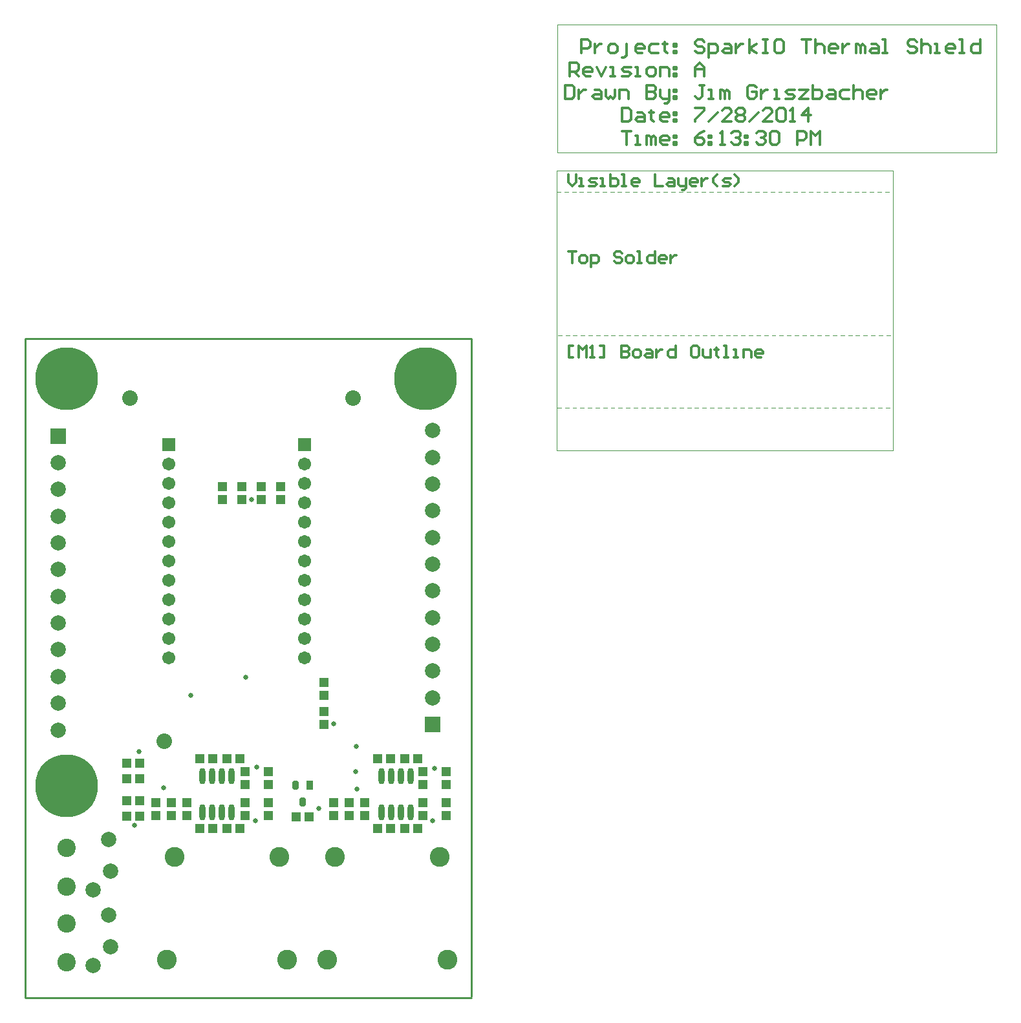
<source format=gts>
%FSLAX25Y25*%
%MOIN*%
G70*
G01*
G75*
G04 Layer_Color=8388736*
%ADD10R,0.02559X0.03740*%
G04:AMPARAMS|DCode=11|XSize=37.4mil|YSize=25.59mil|CornerRadius=6.4mil|HoleSize=0mil|Usage=FLASHONLY|Rotation=270.000|XOffset=0mil|YOffset=0mil|HoleType=Round|Shape=RoundedRectangle|*
%AMROUNDEDRECTD11*
21,1,0.03740,0.01280,0,0,270.0*
21,1,0.02461,0.02559,0,0,270.0*
1,1,0.01280,-0.00640,-0.01230*
1,1,0.01280,-0.00640,0.01230*
1,1,0.01280,0.00640,0.01230*
1,1,0.01280,0.00640,-0.01230*
%
%ADD11ROUNDEDRECTD11*%
%ADD12O,0.02362X0.07480*%
%ADD13R,0.03900X0.04300*%
%ADD14C,0.04000*%
%ADD15R,0.04300X0.03900*%
%ADD16C,0.01000*%
%ADD17C,0.01500*%
%ADD18C,0.02000*%
%ADD19C,0.01200*%
%ADD20C,0.00394*%
%ADD21C,0.07087*%
%ADD22R,0.07087X0.07087*%
%ADD23C,0.09449*%
%ADD24C,0.05906*%
%ADD25R,0.05906X0.05906*%
%ADD26C,0.08661*%
%ADD27C,0.31496*%
%ADD28C,0.01800*%
%ADD29C,0.00787*%
%ADD30C,0.00984*%
%ADD31C,0.01575*%
%ADD32C,0.00700*%
%ADD33C,0.00800*%
%ADD34R,0.03359X0.04540*%
G04:AMPARAMS|DCode=35|XSize=45.4mil|YSize=33.59mil|CornerRadius=10.4mil|HoleSize=0mil|Usage=FLASHONLY|Rotation=270.000|XOffset=0mil|YOffset=0mil|HoleType=Round|Shape=RoundedRectangle|*
%AMROUNDEDRECTD35*
21,1,0.04540,0.01280,0,0,270.0*
21,1,0.02461,0.03359,0,0,270.0*
1,1,0.02080,-0.00640,-0.01230*
1,1,0.02080,-0.00640,0.01230*
1,1,0.02080,0.00640,0.01230*
1,1,0.02080,0.00640,-0.01230*
%
%ADD35ROUNDEDRECTD35*%
%ADD36O,0.03162X0.08280*%
%ADD37R,0.04700X0.05100*%
%ADD38C,0.08000*%
%ADD39R,0.05100X0.04700*%
%ADD40C,0.07887*%
%ADD41R,0.07887X0.07887*%
%ADD42C,0.10249*%
%ADD43C,0.06706*%
%ADD44R,0.06706X0.06706*%
%ADD45C,0.09461*%
%ADD46C,0.32296*%
%ADD47C,0.02600*%
D16*
X211000Y92700D02*
Y432700D01*
X441000D01*
Y93200D02*
Y432700D01*
X211000Y92700D02*
X441000D01*
D19*
X490800Y477598D02*
X494799D01*
X492799D01*
Y471600D01*
X497798D02*
X499797D01*
X500797Y472600D01*
Y474599D01*
X499797Y475599D01*
X497798D01*
X496798Y474599D01*
Y472600D01*
X497798Y471600D01*
X502796Y469601D02*
Y475599D01*
X505795D01*
X506795Y474599D01*
Y472600D01*
X505795Y471600D01*
X502796D01*
X518791Y476598D02*
X517791Y477598D01*
X515792D01*
X514792Y476598D01*
Y475599D01*
X515792Y474599D01*
X517791D01*
X518791Y473599D01*
Y472600D01*
X517791Y471600D01*
X515792D01*
X514792Y472600D01*
X521790Y471600D02*
X523789D01*
X524789Y472600D01*
Y474599D01*
X523789Y475599D01*
X521790D01*
X520790Y474599D01*
Y472600D01*
X521790Y471600D01*
X526788D02*
X528788D01*
X527788D01*
Y477598D01*
X526788D01*
X535785D02*
Y471600D01*
X532786D01*
X531787Y472600D01*
Y474599D01*
X532786Y475599D01*
X535785D01*
X540784Y471600D02*
X538785D01*
X537785Y472600D01*
Y474599D01*
X538785Y475599D01*
X540784D01*
X541784Y474599D01*
Y473599D01*
X537785D01*
X543783Y475599D02*
Y471600D01*
Y473599D01*
X544782Y474599D01*
X545782Y475599D01*
X546782D01*
X556329Y551495D02*
X560994D01*
Y550329D01*
X556329Y545664D01*
Y544498D01*
X563327D02*
X567992Y549163D01*
X574990Y544498D02*
X570325D01*
X574990Y549163D01*
Y550329D01*
X573823Y551495D01*
X571491D01*
X570325Y550329D01*
X577322D02*
X578489Y551495D01*
X580821D01*
X581987Y550329D01*
Y549163D01*
X580821Y547997D01*
X581987Y546830D01*
Y545664D01*
X580821Y544498D01*
X578489D01*
X577322Y545664D01*
Y546830D01*
X578489Y547997D01*
X577322Y549163D01*
Y550329D01*
X578489Y547997D02*
X580821D01*
X584320Y544498D02*
X588985Y549163D01*
X595983Y544498D02*
X591318D01*
X595983Y549163D01*
Y550329D01*
X594817Y551495D01*
X592484D01*
X591318Y550329D01*
X598315D02*
X599482Y551495D01*
X601814D01*
X602981Y550329D01*
Y545664D01*
X601814Y544498D01*
X599482D01*
X598315Y545664D01*
Y550329D01*
X605313Y544498D02*
X607646D01*
X606480D01*
Y551495D01*
X605313Y550329D01*
X614644Y544498D02*
Y551495D01*
X611145Y547997D01*
X615810D01*
X560994Y539684D02*
X558662Y538518D01*
X556329Y536186D01*
Y533853D01*
X557495Y532687D01*
X559828D01*
X560994Y533853D01*
Y535019D01*
X559828Y536186D01*
X556329D01*
X563327Y537352D02*
X564493D01*
Y536186D01*
X563327D01*
Y537352D01*
Y533853D02*
X564493D01*
Y532687D01*
X563327D01*
Y533853D01*
X569158Y532687D02*
X571491D01*
X570325D01*
Y539684D01*
X569158Y538518D01*
X574990D02*
X576156Y539684D01*
X578489D01*
X579655Y538518D01*
Y537352D01*
X578489Y536186D01*
X577322D01*
X578489D01*
X579655Y535019D01*
Y533853D01*
X578489Y532687D01*
X576156D01*
X574990Y533853D01*
X581987Y537352D02*
X583154D01*
Y536186D01*
X581987D01*
Y537352D01*
Y533853D02*
X583154D01*
Y532687D01*
X581987D01*
Y533853D01*
X587819Y538518D02*
X588985Y539684D01*
X591318D01*
X592484Y538518D01*
Y537352D01*
X591318Y536186D01*
X590152D01*
X591318D01*
X592484Y535019D01*
Y533853D01*
X591318Y532687D01*
X588985D01*
X587819Y533853D01*
X594817Y538518D02*
X595983Y539684D01*
X598315D01*
X599482Y538518D01*
Y533853D01*
X598315Y532687D01*
X595983D01*
X594817Y533853D01*
Y538518D01*
X608812Y532687D02*
Y539684D01*
X612311D01*
X613477Y538518D01*
Y536186D01*
X612311Y535019D01*
X608812D01*
X615810Y532687D02*
Y539684D01*
X618143Y537352D01*
X620475Y539684D01*
Y532687D01*
X560994Y563306D02*
X558662D01*
X559828D01*
Y557475D01*
X558662Y556309D01*
X557495D01*
X556329Y557475D01*
X563327Y556309D02*
X565659D01*
X564493D01*
Y560974D01*
X563327D01*
X569158Y556309D02*
Y560974D01*
X570325D01*
X571491Y559807D01*
Y556309D01*
Y559807D01*
X572657Y560974D01*
X573823Y559807D01*
Y556309D01*
X587819Y562140D02*
X586653Y563306D01*
X584320D01*
X583154Y562140D01*
Y557475D01*
X584320Y556309D01*
X586653D01*
X587819Y557475D01*
Y559807D01*
X585486D01*
X590152Y560974D02*
Y556309D01*
Y558641D01*
X591318Y559807D01*
X592484Y560974D01*
X593650D01*
X597149Y556309D02*
X599482D01*
X598315D01*
Y560974D01*
X597149D01*
X602981Y556309D02*
X606480D01*
X607646Y557475D01*
X606480Y558641D01*
X604147D01*
X602981Y559807D01*
X604147Y560974D01*
X607646D01*
X609978D02*
X614644D01*
X609978Y556309D01*
X614644D01*
X616976Y563306D02*
Y556309D01*
X620475D01*
X621641Y557475D01*
Y558641D01*
Y559807D01*
X620475Y560974D01*
X616976D01*
X625140D02*
X627473D01*
X628639Y559807D01*
Y556309D01*
X625140D01*
X623974Y557475D01*
X625140Y558641D01*
X628639D01*
X635637Y560974D02*
X632138D01*
X630972Y559807D01*
Y557475D01*
X632138Y556309D01*
X635637D01*
X637969Y563306D02*
Y556309D01*
Y559807D01*
X639136Y560974D01*
X641468D01*
X642634Y559807D01*
Y556309D01*
X648466D02*
X646133D01*
X644967Y557475D01*
Y559807D01*
X646133Y560974D01*
X648466D01*
X649632Y559807D01*
Y558641D01*
X644967D01*
X651965Y560974D02*
Y556309D01*
Y558641D01*
X653131Y559807D01*
X654297Y560974D01*
X655464D01*
X556329Y568120D02*
Y572785D01*
X558662Y575117D01*
X560994Y572785D01*
Y568120D01*
Y571619D01*
X556329D01*
X560994Y585762D02*
X559828Y586928D01*
X557495D01*
X556329Y585762D01*
Y584596D01*
X557495Y583430D01*
X559828D01*
X560994Y582263D01*
Y581097D01*
X559828Y579931D01*
X557495D01*
X556329Y581097D01*
X563327Y577598D02*
Y584596D01*
X566826D01*
X567992Y583430D01*
Y581097D01*
X566826Y579931D01*
X563327D01*
X571491Y584596D02*
X573823D01*
X574990Y583430D01*
Y579931D01*
X571491D01*
X570325Y581097D01*
X571491Y582263D01*
X574990D01*
X577322Y584596D02*
Y579931D01*
Y582263D01*
X578489Y583430D01*
X579655Y584596D01*
X580821D01*
X584320Y579931D02*
Y586928D01*
Y582263D02*
X587819Y584596D01*
X584320Y582263D02*
X587819Y579931D01*
X591318Y586928D02*
X593650D01*
X592484D01*
Y579931D01*
X591318D01*
X593650D01*
X600648Y586928D02*
X598315D01*
X597149Y585762D01*
Y581097D01*
X598315Y579931D01*
X600648D01*
X601814Y581097D01*
Y585762D01*
X600648Y586928D01*
X611145D02*
X615810D01*
X613477D01*
Y579931D01*
X618143Y586928D02*
Y579931D01*
Y583430D01*
X619309Y584596D01*
X621641D01*
X622808Y583430D01*
Y579931D01*
X628639D02*
X626306D01*
X625140Y581097D01*
Y583430D01*
X626306Y584596D01*
X628639D01*
X629805Y583430D01*
Y582263D01*
X625140D01*
X632138Y584596D02*
Y579931D01*
Y582263D01*
X633304Y583430D01*
X634471Y584596D01*
X635637D01*
X639136Y579931D02*
Y584596D01*
X640302D01*
X641468Y583430D01*
Y579931D01*
Y583430D01*
X642634Y584596D01*
X643801Y583430D01*
Y579931D01*
X647300Y584596D02*
X649632D01*
X650799Y583430D01*
Y579931D01*
X647300D01*
X646133Y581097D01*
X647300Y582263D01*
X650799D01*
X653131Y579931D02*
X655464D01*
X654297D01*
Y586928D01*
X653131D01*
X670625Y585762D02*
X669459Y586928D01*
X667127D01*
X665960Y585762D01*
Y584596D01*
X667127Y583430D01*
X669459D01*
X670625Y582263D01*
Y581097D01*
X669459Y579931D01*
X667127D01*
X665960Y581097D01*
X672958Y586928D02*
Y579931D01*
Y583430D01*
X674124Y584596D01*
X676457D01*
X677623Y583430D01*
Y579931D01*
X679956D02*
X682288D01*
X681122D01*
Y584596D01*
X679956D01*
X689286Y579931D02*
X686954D01*
X685787Y581097D01*
Y583430D01*
X686954Y584596D01*
X689286D01*
X690452Y583430D01*
Y582263D01*
X685787D01*
X692785Y579931D02*
X695118D01*
X693951D01*
Y586928D01*
X692785D01*
X703282D02*
Y579931D01*
X699783D01*
X698617Y581097D01*
Y583430D01*
X699783Y584596D01*
X703282D01*
X518557Y539684D02*
X523222D01*
X520890D01*
Y532687D01*
X525555D02*
X527887D01*
X526721D01*
Y537352D01*
X525555D01*
X531386Y532687D02*
Y537352D01*
X532553D01*
X533719Y536186D01*
Y532687D01*
Y536186D01*
X534885Y537352D01*
X536052Y536186D01*
Y532687D01*
X541883D02*
X539550D01*
X538384Y533853D01*
Y536186D01*
X539550Y537352D01*
X541883D01*
X543049Y536186D01*
Y535019D01*
X538384D01*
X545382Y537352D02*
X546548D01*
Y536186D01*
X545382D01*
Y537352D01*
Y533853D02*
X546548D01*
Y532687D01*
X545382D01*
Y533853D01*
X518557Y551495D02*
Y544498D01*
X522056D01*
X523222Y545664D01*
Y550329D01*
X522056Y551495D01*
X518557D01*
X526721Y549163D02*
X529054D01*
X530220Y547997D01*
Y544498D01*
X526721D01*
X525555Y545664D01*
X526721Y546830D01*
X530220D01*
X533719Y550329D02*
Y549163D01*
X532553D01*
X534885D01*
X533719D01*
Y545664D01*
X534885Y544498D01*
X541883D02*
X539550D01*
X538384Y545664D01*
Y547997D01*
X539550Y549163D01*
X541883D01*
X543049Y547997D01*
Y546830D01*
X538384D01*
X545382Y549163D02*
X546548D01*
Y547997D01*
X545382D01*
Y549163D01*
Y545664D02*
X546548D01*
Y544498D01*
X545382D01*
Y545664D01*
X489400Y563306D02*
Y556309D01*
X492899D01*
X494065Y557475D01*
Y562140D01*
X492899Y563306D01*
X489400D01*
X496398Y560974D02*
Y556309D01*
Y558641D01*
X497564Y559807D01*
X498730Y560974D01*
X499897D01*
X504562D02*
X506894D01*
X508061Y559807D01*
Y556309D01*
X504562D01*
X503395Y557475D01*
X504562Y558641D01*
X508061D01*
X510393Y560974D02*
Y557475D01*
X511559Y556309D01*
X512726Y557475D01*
X513892Y556309D01*
X515058Y557475D01*
Y560974D01*
X517391Y556309D02*
Y560974D01*
X520890D01*
X522056Y559807D01*
Y556309D01*
X531386Y563306D02*
Y556309D01*
X534885D01*
X536052Y557475D01*
Y558641D01*
X534885Y559807D01*
X531386D01*
X534885D01*
X536052Y560974D01*
Y562140D01*
X534885Y563306D01*
X531386D01*
X538384Y560974D02*
Y557475D01*
X539550Y556309D01*
X543049D01*
Y555142D01*
X541883Y553976D01*
X540717D01*
X543049Y556309D02*
Y560974D01*
X545382D02*
X546548D01*
Y559807D01*
X545382D01*
Y560974D01*
Y557475D02*
X546548D01*
Y556309D01*
X545382D01*
Y557475D01*
X491733Y568120D02*
Y575117D01*
X495231D01*
X496398Y573951D01*
Y571619D01*
X495231Y570452D01*
X491733D01*
X494065D02*
X496398Y568120D01*
X502229D02*
X499897D01*
X498730Y569286D01*
Y571619D01*
X499897Y572785D01*
X502229D01*
X503395Y571619D01*
Y570452D01*
X498730D01*
X505728Y572785D02*
X508061Y568120D01*
X510393Y572785D01*
X512726Y568120D02*
X515058D01*
X513892D01*
Y572785D01*
X512726D01*
X518557Y568120D02*
X522056D01*
X523222Y569286D01*
X522056Y570452D01*
X519724D01*
X518557Y571619D01*
X519724Y572785D01*
X523222D01*
X525555Y568120D02*
X527887D01*
X526721D01*
Y572785D01*
X525555D01*
X532553Y568120D02*
X534885D01*
X536052Y569286D01*
Y571619D01*
X534885Y572785D01*
X532553D01*
X531386Y571619D01*
Y569286D01*
X532553Y568120D01*
X538384D02*
Y572785D01*
X541883D01*
X543049Y571619D01*
Y568120D01*
X545382Y572785D02*
X546548D01*
Y571619D01*
X545382D01*
Y572785D01*
Y569286D02*
X546548D01*
Y568120D01*
X545382D01*
Y569286D01*
X497564Y579931D02*
Y586928D01*
X501063D01*
X502229Y585762D01*
Y583430D01*
X501063Y582263D01*
X497564D01*
X504562Y584596D02*
Y579931D01*
Y582263D01*
X505728Y583430D01*
X506894Y584596D01*
X508061D01*
X512726Y579931D02*
X515058D01*
X516225Y581097D01*
Y583430D01*
X515058Y584596D01*
X512726D01*
X511559Y583430D01*
Y581097D01*
X512726Y579931D01*
X518557Y577598D02*
X519724D01*
X520890Y578764D01*
Y584596D01*
X529054Y579931D02*
X526721D01*
X525555Y581097D01*
Y583430D01*
X526721Y584596D01*
X529054D01*
X530220Y583430D01*
Y582263D01*
X525555D01*
X537218Y584596D02*
X533719D01*
X532553Y583430D01*
Y581097D01*
X533719Y579931D01*
X537218D01*
X540717Y585762D02*
Y584596D01*
X539550D01*
X541883D01*
X540717D01*
Y581097D01*
X541883Y579931D01*
X545382Y584596D02*
X546548D01*
Y583430D01*
X545382D01*
Y584596D01*
Y581097D02*
X546548D01*
Y579931D01*
X545382D01*
Y581097D01*
X490800Y517378D02*
Y513379D01*
X492799Y511379D01*
X494799Y513379D01*
Y517378D01*
X496798Y511379D02*
X498797D01*
X497798D01*
Y515378D01*
X496798D01*
X501796Y511379D02*
X504796D01*
X505795Y512379D01*
X504796Y513379D01*
X502796D01*
X501796Y514378D01*
X502796Y515378D01*
X505795D01*
X507795Y511379D02*
X509794D01*
X508794D01*
Y515378D01*
X507795D01*
X512793Y517378D02*
Y511379D01*
X515792D01*
X516792Y512379D01*
Y513379D01*
Y514378D01*
X515792Y515378D01*
X512793D01*
X518791Y511379D02*
X520790D01*
X519791D01*
Y517378D01*
X518791D01*
X526788Y511379D02*
X524789D01*
X523789Y512379D01*
Y514378D01*
X524789Y515378D01*
X526788D01*
X527788Y514378D01*
Y513379D01*
X523789D01*
X535785Y517378D02*
Y511379D01*
X539784D01*
X542783Y515378D02*
X544782D01*
X545782Y514378D01*
Y511379D01*
X542783D01*
X541784Y512379D01*
X542783Y513379D01*
X545782D01*
X547782Y515378D02*
Y512379D01*
X548781Y511379D01*
X551780D01*
Y510380D01*
X550781Y509380D01*
X549781D01*
X551780Y511379D02*
Y515378D01*
X556779Y511379D02*
X554779D01*
X553780Y512379D01*
Y514378D01*
X554779Y515378D01*
X556779D01*
X557778Y514378D01*
Y513379D01*
X553780D01*
X559778Y515378D02*
Y511379D01*
Y513379D01*
X560777Y514378D01*
X561777Y515378D01*
X562777D01*
X567775Y511379D02*
X565776Y513379D01*
Y515378D01*
X567775Y517378D01*
X570774Y511379D02*
X573773D01*
X574773Y512379D01*
X573773Y513379D01*
X571774D01*
X570774Y514378D01*
X571774Y515378D01*
X574773D01*
X576772Y511379D02*
X578771Y513379D01*
Y515378D01*
X576772Y517378D01*
X493399Y422800D02*
X491400D01*
Y428798D01*
X493399D01*
X496398Y422800D02*
Y428798D01*
X498398Y426799D01*
X500397Y428798D01*
Y422800D01*
X502396D02*
X504396D01*
X503396D01*
Y428798D01*
X502396Y427798D01*
X507395Y422800D02*
X509394D01*
Y428798D01*
X507395D01*
X518391D02*
Y422800D01*
X521390D01*
X522390Y423800D01*
Y424799D01*
X521390Y425799D01*
X518391D01*
X521390D01*
X522390Y426799D01*
Y427798D01*
X521390Y428798D01*
X518391D01*
X525389Y422800D02*
X527388D01*
X528388Y423800D01*
Y425799D01*
X527388Y426799D01*
X525389D01*
X524389Y425799D01*
Y423800D01*
X525389Y422800D01*
X531387Y426799D02*
X533386D01*
X534386Y425799D01*
Y422800D01*
X531387D01*
X530387Y423800D01*
X531387Y424799D01*
X534386D01*
X536385Y426799D02*
Y422800D01*
Y424799D01*
X537385Y425799D01*
X538385Y426799D01*
X539385D01*
X546382Y428798D02*
Y422800D01*
X543383D01*
X542383Y423800D01*
Y425799D01*
X543383Y426799D01*
X546382D01*
X557379Y428798D02*
X555379D01*
X554380Y427798D01*
Y423800D01*
X555379Y422800D01*
X557379D01*
X558378Y423800D01*
Y427798D01*
X557379Y428798D01*
X560378Y426799D02*
Y423800D01*
X561377Y422800D01*
X564376D01*
Y426799D01*
X567375Y427798D02*
Y426799D01*
X566376D01*
X568375D01*
X567375D01*
Y423800D01*
X568375Y422800D01*
X571374D02*
X573374D01*
X572374D01*
Y428798D01*
X571374D01*
X576372Y422800D02*
X578372D01*
X577372D01*
Y426799D01*
X576372D01*
X581371Y422800D02*
Y426799D01*
X584370D01*
X585370Y425799D01*
Y422800D01*
X590368D02*
X588369D01*
X587369Y423800D01*
Y425799D01*
X588369Y426799D01*
X590368D01*
X591368Y425799D01*
Y424799D01*
X587369D01*
D20*
X485463Y594700D02*
X711600D01*
Y528750D02*
Y594700D01*
X485463Y528750D02*
X711600D01*
X485463D02*
Y594700D01*
X658191Y507443D02*
Y519253D01*
X484963D02*
X658191D01*
X484963Y507443D02*
Y519253D01*
Y375000D02*
Y507443D01*
Y375000D02*
X658191D01*
Y507443D01*
X484963Y508427D02*
X486932D01*
X488900D02*
X490869D01*
X492837D02*
X494805D01*
X496774D02*
X498742D01*
X500711D02*
X502679D01*
X504648D02*
X506616D01*
X508585D02*
X510554D01*
X512522D02*
X514491D01*
X516459D02*
X518428D01*
X520396D02*
X522365D01*
X524333D02*
X526302D01*
X528270D02*
X530239D01*
X532207D02*
X534176D01*
X536144D02*
X538113D01*
X540081D02*
X542050D01*
X544018D02*
X545987D01*
X547955D02*
X549924D01*
X551892D02*
X553861D01*
X555829D02*
X557798D01*
X559766D02*
X561735D01*
X563703D02*
X565672D01*
X567640D02*
X569609D01*
X571577D02*
X573546D01*
X575514D02*
X577483D01*
X579451D02*
X581420D01*
X583388D02*
X585357D01*
X587325D02*
X589294D01*
X591262D02*
X593231D01*
X595199D02*
X597168D01*
X599136D02*
X601105D01*
X603073D02*
X605042D01*
X607010D02*
X608979D01*
X610947D02*
X612916D01*
X614884D02*
X616853D01*
X618821D02*
X620790D01*
X622758D02*
X624727D01*
X626695D02*
X628664D01*
X630632D02*
X632601D01*
X634569D02*
X636538D01*
X638506D02*
X640475D01*
X642443D02*
X644412D01*
X646380D02*
X648349D01*
X650317D02*
X652286D01*
X654254D02*
X656223D01*
X654854Y434317D02*
X656823D01*
X650917D02*
X652886D01*
X646980D02*
X648949D01*
X643043D02*
X645012D01*
X639106D02*
X641075D01*
X635169D02*
X637138D01*
X631232D02*
X633201D01*
X627295D02*
X629264D01*
X623358D02*
X625327D01*
X619421D02*
X621390D01*
X615484D02*
X617453D01*
X611547D02*
X613516D01*
X607610D02*
X609579D01*
X603673D02*
X605642D01*
X599736D02*
X601705D01*
X595799D02*
X597768D01*
X591862D02*
X593831D01*
X587925D02*
X589894D01*
X583988D02*
X585957D01*
X580051D02*
X582020D01*
X576114D02*
X578083D01*
X572177D02*
X574146D01*
X568240D02*
X570209D01*
X564303D02*
X566272D01*
X560366D02*
X562335D01*
X556429D02*
X558398D01*
X552492D02*
X554461D01*
X548555D02*
X550524D01*
X544618D02*
X546587D01*
X540681D02*
X542650D01*
X536744D02*
X538713D01*
X532807D02*
X534776D01*
X528870D02*
X530839D01*
X524933D02*
X526902D01*
X520996D02*
X522965D01*
X517059D02*
X519028D01*
X513122D02*
X515091D01*
X509185D02*
X511154D01*
X505248D02*
X507217D01*
X501311D02*
X503279D01*
X497374D02*
X499342D01*
X493437D02*
X495405D01*
X489500D02*
X491468D01*
X485563D02*
X487532D01*
X654554Y396877D02*
X656523D01*
X650617D02*
X652586D01*
X646680D02*
X648649D01*
X642743D02*
X644712D01*
X638806D02*
X640775D01*
X634869D02*
X636838D01*
X630932D02*
X632901D01*
X626995D02*
X628964D01*
X623058D02*
X625027D01*
X619121D02*
X621090D01*
X615184D02*
X617153D01*
X611247D02*
X613216D01*
X607310D02*
X609279D01*
X603373D02*
X605342D01*
X599436D02*
X601405D01*
X595499D02*
X597468D01*
X591562D02*
X593531D01*
X587625D02*
X589594D01*
X583688D02*
X585657D01*
X579751D02*
X581720D01*
X575814D02*
X577783D01*
X571877D02*
X573846D01*
X567940D02*
X569909D01*
X564003D02*
X565972D01*
X560066D02*
X562035D01*
X556129D02*
X558098D01*
X552192D02*
X554161D01*
X548255D02*
X550224D01*
X544318D02*
X546287D01*
X540381D02*
X542350D01*
X536444D02*
X538413D01*
X532507D02*
X534476D01*
X528570D02*
X530539D01*
X524633D02*
X526602D01*
X520696D02*
X522665D01*
X516759D02*
X518728D01*
X512822D02*
X514790D01*
X508885D02*
X510853D01*
X504948D02*
X506917D01*
X501011D02*
X502980D01*
X497074D02*
X499043D01*
X493137D02*
X495106D01*
X489200D02*
X491168D01*
X485263D02*
X487231D01*
D34*
X357740Y202331D02*
D03*
D35*
X350260D02*
D03*
X354000Y193669D02*
D03*
D36*
X394500Y188449D02*
D03*
X399500D02*
D03*
X404500D02*
D03*
X409500D02*
D03*
X394500Y206953D02*
D03*
X399500D02*
D03*
X404500D02*
D03*
X409500D02*
D03*
X302279Y188449D02*
D03*
X307279D02*
D03*
X312279D02*
D03*
X317279D02*
D03*
X302279Y206953D02*
D03*
X307279D02*
D03*
X312279D02*
D03*
X317279D02*
D03*
D37*
X365000Y233700D02*
D03*
Y240300D02*
D03*
Y248700D02*
D03*
Y255300D02*
D03*
X286425Y186700D02*
D03*
Y193300D02*
D03*
X324425Y186700D02*
D03*
Y193300D02*
D03*
Y202700D02*
D03*
Y209300D02*
D03*
X378000Y186700D02*
D03*
Y193300D02*
D03*
X416000Y186700D02*
D03*
Y193300D02*
D03*
Y202700D02*
D03*
Y209300D02*
D03*
X322500Y349700D02*
D03*
Y356300D02*
D03*
X342500Y349700D02*
D03*
Y356300D02*
D03*
X332500Y349700D02*
D03*
Y356300D02*
D03*
X312500Y349700D02*
D03*
Y356300D02*
D03*
X336425Y209300D02*
D03*
Y202700D02*
D03*
X278425Y186700D02*
D03*
Y193300D02*
D03*
X294425Y186700D02*
D03*
Y193300D02*
D03*
X336425Y186700D02*
D03*
Y193300D02*
D03*
X428000Y209300D02*
D03*
Y202700D02*
D03*
X370000Y186700D02*
D03*
Y193300D02*
D03*
X386000Y186700D02*
D03*
Y193300D02*
D03*
X428000Y186700D02*
D03*
Y193300D02*
D03*
D38*
X282600Y224900D02*
D03*
X265000Y402000D02*
D03*
X380000D02*
D03*
D39*
X357300Y186000D02*
D03*
X350700D02*
D03*
X269993Y213667D02*
D03*
X263393D02*
D03*
X269993Y194378D02*
D03*
X263393D02*
D03*
X307725Y180000D02*
D03*
X301125D02*
D03*
X307725Y216000D02*
D03*
X301125D02*
D03*
X315125D02*
D03*
X321725D02*
D03*
X315125Y180000D02*
D03*
X321725D02*
D03*
X399300Y180000D02*
D03*
X392700D02*
D03*
X399300Y216000D02*
D03*
X392700D02*
D03*
X406700D02*
D03*
X413300D02*
D03*
X269993Y205667D02*
D03*
X263393D02*
D03*
X269993Y186378D02*
D03*
X263393D02*
D03*
X406700Y180000D02*
D03*
X413300D02*
D03*
D40*
X421000Y385205D02*
D03*
Y371425D02*
D03*
Y357646D02*
D03*
Y343866D02*
D03*
Y330087D02*
D03*
Y316307D02*
D03*
Y302528D02*
D03*
Y288748D02*
D03*
Y274969D02*
D03*
Y261189D02*
D03*
Y247410D02*
D03*
X255000Y119000D02*
D03*
X253819Y135142D02*
D03*
X245945Y109158D02*
D03*
X228000Y230795D02*
D03*
Y244575D02*
D03*
Y258354D02*
D03*
Y272134D02*
D03*
Y285913D02*
D03*
Y299693D02*
D03*
Y313472D02*
D03*
Y327252D02*
D03*
Y341032D02*
D03*
Y354811D02*
D03*
Y368590D02*
D03*
X255000Y158000D02*
D03*
X253819Y174142D02*
D03*
X245945Y148158D02*
D03*
D41*
X421000Y233630D02*
D03*
X228000Y382370D02*
D03*
D42*
X370669Y165354D02*
D03*
X424606D02*
D03*
X366732Y112205D02*
D03*
X428543D02*
D03*
X287992Y165354D02*
D03*
X341929D02*
D03*
X284055Y112205D02*
D03*
X345866D02*
D03*
D43*
X355000Y268000D02*
D03*
Y278000D02*
D03*
Y288000D02*
D03*
Y298000D02*
D03*
Y308000D02*
D03*
Y318000D02*
D03*
Y328000D02*
D03*
Y338000D02*
D03*
Y348000D02*
D03*
Y358000D02*
D03*
Y368000D02*
D03*
X285000Y268000D02*
D03*
Y278000D02*
D03*
Y288000D02*
D03*
Y298000D02*
D03*
Y308000D02*
D03*
Y318000D02*
D03*
Y328000D02*
D03*
Y338000D02*
D03*
Y348000D02*
D03*
Y358000D02*
D03*
Y368000D02*
D03*
D44*
X355000Y378000D02*
D03*
X285000D02*
D03*
D45*
X232165Y111126D02*
D03*
Y130811D02*
D03*
Y150126D02*
D03*
Y169811D02*
D03*
D46*
X417283Y411811D02*
D03*
X232283Y411984D02*
D03*
Y201984D02*
D03*
D47*
X370100Y234000D02*
D03*
X381800Y200200D02*
D03*
X421000Y183900D02*
D03*
X421900Y211100D02*
D03*
X381400Y209400D02*
D03*
X269700Y219500D02*
D03*
X282400Y201100D02*
D03*
X362300Y190300D02*
D03*
X329700Y183900D02*
D03*
X330400Y211600D02*
D03*
X381500Y222400D02*
D03*
X267300Y181500D02*
D03*
X327500Y349700D02*
D03*
X296400Y248600D02*
D03*
X324700Y258100D02*
D03*
M02*

</source>
